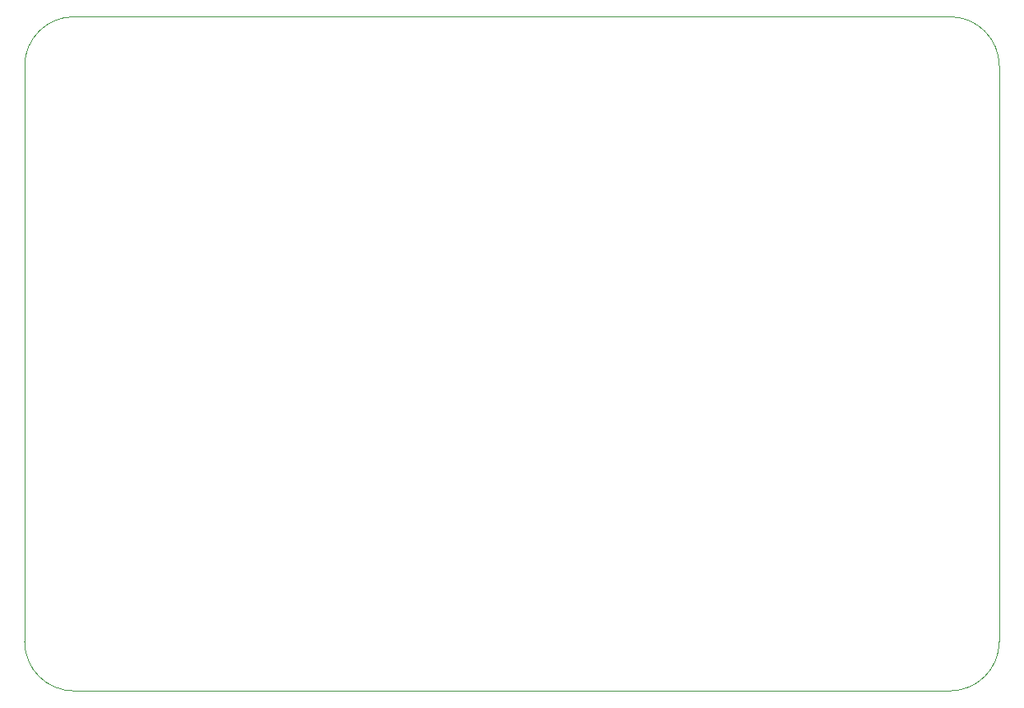
<source format=gbr>
G04 #@! TF.GenerationSoftware,KiCad,Pcbnew,(5.1.5)-3*
G04 #@! TF.CreationDate,2020-09-18T03:15:39-03:00*
G04 #@! TF.ProjectId,BSPD,42535044-2e6b-4696-9361-645f70636258,rev?*
G04 #@! TF.SameCoordinates,Original*
G04 #@! TF.FileFunction,Profile,NP*
%FSLAX46Y46*%
G04 Gerber Fmt 4.6, Leading zero omitted, Abs format (unit mm)*
G04 Created by KiCad (PCBNEW (5.1.5)-3) date 2020-09-18 03:15:39*
%MOMM*%
%LPD*%
G04 APERTURE LIST*
%ADD10C,0.050000*%
G04 APERTURE END LIST*
D10*
X99872800Y-142036800D02*
X190042800Y-142036800D01*
X94792800Y-136956800D02*
X94792800Y-77622400D01*
X99872800Y-72542400D02*
X190042800Y-72542400D01*
X195122800Y-136956800D02*
X195122800Y-77622400D01*
X195122800Y-136956800D02*
G75*
G02X190042800Y-142036800I-5080000J0D01*
G01*
X94792800Y-77622400D02*
G75*
G02X99872800Y-72542400I5080000J0D01*
G01*
X99872800Y-142036800D02*
G75*
G02X94792800Y-136956800I0J5080000D01*
G01*
X190042800Y-72542400D02*
G75*
G02X195122800Y-77622400I0J-5080000D01*
G01*
M02*

</source>
